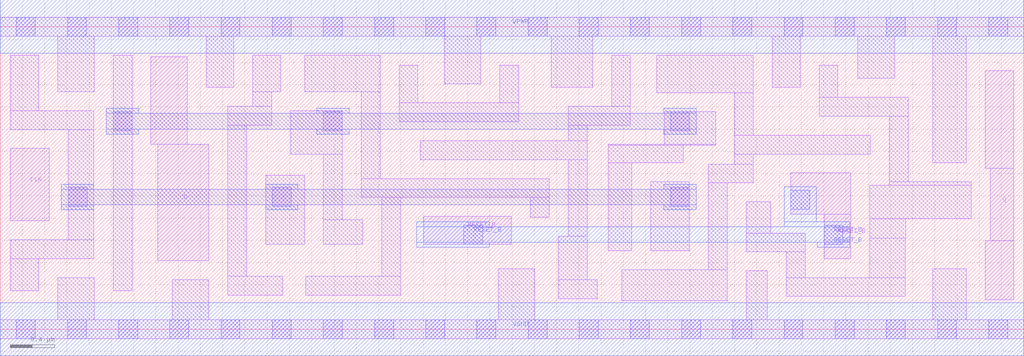
<source format=lef>
# Copyright 2020 The SkyWater PDK Authors
#
# Licensed under the Apache License, Version 2.0 (the "License");
# you may not use this file except in compliance with the License.
# You may obtain a copy of the License at
#
#     https://www.apache.org/licenses/LICENSE-2.0
#
# Unless required by applicable law or agreed to in writing, software
# distributed under the License is distributed on an "AS IS" BASIS,
# WITHOUT WARRANTIES OR CONDITIONS OF ANY KIND, either express or implied.
# See the License for the specific language governing permissions and
# limitations under the License.
#
# SPDX-License-Identifier: Apache-2.0

VERSION 5.7 ;
  NAMESCASESENSITIVE ON ;
  NOWIREEXTENSIONATPIN ON ;
  DIVIDERCHAR "/" ;
  BUSBITCHARS "[]" ;
UNITS
  DATABASE MICRONS 200 ;
END UNITS
MACRO sky130_fd_sc_hd__dfrtp_1
  CLASS CORE ;
  SOURCE USER ;
  FOREIGN sky130_fd_sc_hd__dfrtp_1 ;
  ORIGIN  0.000000  0.000000 ;
  SIZE  9.200000 BY  2.720000 ;
  SYMMETRY X Y R90 ;
  SITE unithd ;
  PIN D
    ANTENNAGATEAREA  0.126000 ;
    DIRECTION INPUT ;
    USE SIGNAL ;
    PORT
      LAYER li1 ;
        RECT 1.355000 1.665000 1.680000 2.450000 ;
        RECT 1.415000 0.615000 1.875000 1.665000 ;
    END
  END D
  PIN Q
    ANTENNADIFFAREA  0.429000 ;
    DIRECTION OUTPUT ;
    USE SIGNAL ;
    PORT
      LAYER li1 ;
        RECT 8.855000 0.265000 9.110000 0.795000 ;
        RECT 8.855000 1.445000 9.110000 2.325000 ;
        RECT 8.900000 0.795000 9.110000 1.445000 ;
    END
  END Q
  PIN RESET_B
    ANTENNAGATEAREA  0.252000 ;
    DIRECTION INPUT ;
    USE SIGNAL ;
    PORT
      LAYER li1 ;
        RECT 3.805000 0.765000 4.595000 1.015000 ;
      LAYER mcon ;
        RECT 4.165000 0.765000 4.335000 0.935000 ;
    END
    PORT
      LAYER li1 ;
        RECT 7.105000 1.035000 7.645000 1.405000 ;
        RECT 7.405000 0.635000 7.645000 1.035000 ;
      LAYER mcon ;
        RECT 7.105000 1.080000 7.275000 1.250000 ;
        RECT 7.405000 0.765000 7.575000 0.935000 ;
    END
    PORT
      LAYER met1 ;
        RECT 3.745000 0.735000 4.395000 0.780000 ;
        RECT 3.745000 0.780000 7.635000 0.920000 ;
        RECT 3.745000 0.920000 4.395000 0.965000 ;
        RECT 7.045000 0.920000 7.635000 0.965000 ;
        RECT 7.045000 0.965000 7.335000 1.280000 ;
        RECT 7.345000 0.735000 7.635000 0.780000 ;
    END
  END RESET_B
  PIN CLK
    ANTENNAGATEAREA  0.159000 ;
    DIRECTION INPUT ;
    USE CLOCK ;
    PORT
      LAYER li1 ;
        RECT 0.090000 0.975000 0.440000 1.625000 ;
    END
  END CLK
  PIN VGND
    DIRECTION INOUT ;
    SHAPE ABUTMENT ;
    USE GROUND ;
    PORT
      LAYER met1 ;
        RECT 0.000000 -0.240000 9.200000 0.240000 ;
    END
  END VGND
  PIN VPWR
    DIRECTION INOUT ;
    SHAPE ABUTMENT ;
    USE POWER ;
    PORT
      LAYER met1 ;
        RECT 0.000000 2.480000 9.200000 2.960000 ;
    END
  END VPWR
  OBS
    LAYER li1 ;
      RECT 0.000000 -0.085000 9.200000 0.085000 ;
      RECT 0.000000  2.635000 9.200000 2.805000 ;
      RECT 0.090000  0.345000 0.345000 0.635000 ;
      RECT 0.090000  0.635000 0.840000 0.805000 ;
      RECT 0.090000  1.795000 0.840000 1.965000 ;
      RECT 0.090000  1.965000 0.345000 2.465000 ;
      RECT 0.515000  0.085000 0.845000 0.465000 ;
      RECT 0.515000  2.135000 0.845000 2.635000 ;
      RECT 0.610000  0.805000 0.840000 1.795000 ;
      RECT 1.015000  0.345000 1.185000 2.465000 ;
      RECT 1.545000  0.085000 1.875000 0.445000 ;
      RECT 1.850000  2.175000 2.100000 2.635000 ;
      RECT 2.045000  0.305000 2.540000 0.475000 ;
      RECT 2.045000  0.475000 2.215000 1.835000 ;
      RECT 2.045000  1.835000 2.440000 2.005000 ;
      RECT 2.270000  2.005000 2.440000 2.135000 ;
      RECT 2.270000  2.135000 2.520000 2.465000 ;
      RECT 2.385000  0.765000 2.735000 1.385000 ;
      RECT 2.610000  1.575000 3.075000 1.965000 ;
      RECT 2.735000  2.135000 3.415000 2.465000 ;
      RECT 2.745000  0.305000 3.600000 0.475000 ;
      RECT 2.905000  0.765000 3.260000 0.985000 ;
      RECT 2.905000  0.985000 3.075000 1.575000 ;
      RECT 3.245000  1.185000 4.935000 1.355000 ;
      RECT 3.245000  1.355000 3.415000 2.135000 ;
      RECT 3.430000  0.475000 3.600000 1.185000 ;
      RECT 3.585000  1.865000 4.660000 2.035000 ;
      RECT 3.585000  2.035000 3.755000 2.375000 ;
      RECT 3.775000  1.525000 5.275000 1.695000 ;
      RECT 3.990000  2.205000 4.320000 2.635000 ;
      RECT 4.475000  0.085000 4.805000 0.545000 ;
      RECT 4.490000  2.035000 4.660000 2.375000 ;
      RECT 4.765000  1.005000 4.935000 1.185000 ;
      RECT 4.955000  2.175000 5.325000 2.635000 ;
      RECT 5.015000  0.275000 5.365000 0.445000 ;
      RECT 5.015000  0.445000 5.275000 0.835000 ;
      RECT 5.105000  0.835000 5.275000 1.525000 ;
      RECT 5.105000  1.695000 5.275000 1.835000 ;
      RECT 5.105000  1.835000 5.665000 2.005000 ;
      RECT 5.465000  0.705000 5.675000 1.495000 ;
      RECT 5.465000  1.495000 6.140000 1.655000 ;
      RECT 5.465000  1.655000 6.430000 1.665000 ;
      RECT 5.495000  2.005000 5.665000 2.465000 ;
      RECT 5.585000  0.255000 6.535000 0.535000 ;
      RECT 5.845000  0.705000 6.195000 1.325000 ;
      RECT 5.900000  2.125000 6.770000 2.465000 ;
      RECT 5.970000  1.665000 6.430000 1.955000 ;
      RECT 6.365000  0.535000 6.535000 1.315000 ;
      RECT 6.365000  1.315000 6.770000 1.485000 ;
      RECT 6.600000  1.485000 6.770000 1.575000 ;
      RECT 6.600000  1.575000 7.820000 1.745000 ;
      RECT 6.600000  1.745000 6.770000 2.125000 ;
      RECT 6.705000  0.085000 6.895000 0.525000 ;
      RECT 6.705000  0.695000 7.235000 0.865000 ;
      RECT 6.705000  0.865000 6.925000 1.145000 ;
      RECT 6.940000  2.175000 7.190000 2.635000 ;
      RECT 7.065000  0.295000 8.135000 0.465000 ;
      RECT 7.065000  0.465000 7.235000 0.695000 ;
      RECT 7.360000  1.915000 8.160000 2.085000 ;
      RECT 7.360000  2.085000 7.530000 2.375000 ;
      RECT 7.710000  2.255000 8.040000 2.635000 ;
      RECT 7.815000  0.465000 8.135000 0.820000 ;
      RECT 7.815000  0.820000 8.140000 0.995000 ;
      RECT 7.815000  0.995000 8.730000 1.295000 ;
      RECT 7.990000  1.295000 8.730000 1.325000 ;
      RECT 7.990000  1.325000 8.160000 1.915000 ;
      RECT 8.380000  0.085000 8.685000 0.545000 ;
      RECT 8.380000  1.495000 8.685000 2.635000 ;
    LAYER mcon ;
      RECT 0.145000 -0.085000 0.315000 0.085000 ;
      RECT 0.145000  2.635000 0.315000 2.805000 ;
      RECT 0.605000 -0.085000 0.775000 0.085000 ;
      RECT 0.605000  2.635000 0.775000 2.805000 ;
      RECT 0.610000  1.105000 0.780000 1.275000 ;
      RECT 1.015000  1.785000 1.185000 1.955000 ;
      RECT 1.065000 -0.085000 1.235000 0.085000 ;
      RECT 1.065000  2.635000 1.235000 2.805000 ;
      RECT 1.525000 -0.085000 1.695000 0.085000 ;
      RECT 1.525000  2.635000 1.695000 2.805000 ;
      RECT 1.985000 -0.085000 2.155000 0.085000 ;
      RECT 1.985000  2.635000 2.155000 2.805000 ;
      RECT 2.445000 -0.085000 2.615000 0.085000 ;
      RECT 2.445000  1.105000 2.615000 1.275000 ;
      RECT 2.445000  2.635000 2.615000 2.805000 ;
      RECT 2.905000 -0.085000 3.075000 0.085000 ;
      RECT 2.905000  1.785000 3.075000 1.955000 ;
      RECT 2.905000  2.635000 3.075000 2.805000 ;
      RECT 3.365000 -0.085000 3.535000 0.085000 ;
      RECT 3.365000  2.635000 3.535000 2.805000 ;
      RECT 3.825000 -0.085000 3.995000 0.085000 ;
      RECT 3.825000  2.635000 3.995000 2.805000 ;
      RECT 4.285000 -0.085000 4.455000 0.085000 ;
      RECT 4.285000  2.635000 4.455000 2.805000 ;
      RECT 4.745000 -0.085000 4.915000 0.085000 ;
      RECT 4.745000  2.635000 4.915000 2.805000 ;
      RECT 5.205000 -0.085000 5.375000 0.085000 ;
      RECT 5.205000  2.635000 5.375000 2.805000 ;
      RECT 5.665000 -0.085000 5.835000 0.085000 ;
      RECT 5.665000  2.635000 5.835000 2.805000 ;
      RECT 6.025000  1.105000 6.195000 1.275000 ;
      RECT 6.025000  1.785000 6.195000 1.955000 ;
      RECT 6.125000 -0.085000 6.295000 0.085000 ;
      RECT 6.125000  2.635000 6.295000 2.805000 ;
      RECT 6.585000 -0.085000 6.755000 0.085000 ;
      RECT 6.585000  2.635000 6.755000 2.805000 ;
      RECT 7.045000 -0.085000 7.215000 0.085000 ;
      RECT 7.045000  2.635000 7.215000 2.805000 ;
      RECT 7.505000 -0.085000 7.675000 0.085000 ;
      RECT 7.505000  2.635000 7.675000 2.805000 ;
      RECT 7.965000 -0.085000 8.135000 0.085000 ;
      RECT 7.965000  2.635000 8.135000 2.805000 ;
      RECT 8.425000 -0.085000 8.595000 0.085000 ;
      RECT 8.425000  2.635000 8.595000 2.805000 ;
      RECT 8.885000 -0.085000 9.055000 0.085000 ;
      RECT 8.885000  2.635000 9.055000 2.805000 ;
    LAYER met1 ;
      RECT 0.550000 1.075000 0.840000 1.120000 ;
      RECT 0.550000 1.120000 6.255000 1.260000 ;
      RECT 0.550000 1.260000 0.840000 1.305000 ;
      RECT 0.955000 1.755000 1.245000 1.800000 ;
      RECT 0.955000 1.800000 6.255000 1.940000 ;
      RECT 0.955000 1.940000 1.245000 1.985000 ;
      RECT 2.385000 1.075000 2.675000 1.120000 ;
      RECT 2.385000 1.260000 2.675000 1.305000 ;
      RECT 2.845000 1.755000 3.135000 1.800000 ;
      RECT 2.845000 1.940000 3.135000 1.985000 ;
      RECT 5.965000 1.075000 6.255000 1.120000 ;
      RECT 5.965000 1.260000 6.255000 1.305000 ;
      RECT 5.965000 1.755000 6.255000 1.800000 ;
      RECT 5.965000 1.940000 6.255000 1.985000 ;
  END
END sky130_fd_sc_hd__dfrtp_1
END LIBRARY

</source>
